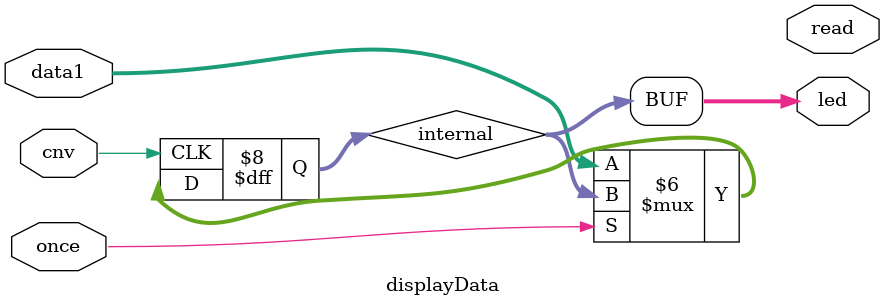
<source format=v>
`timescale 1ns / 1ps
module displayData(
    input wire[15:0] data1,
    output wire[15:0]led,
    input cnv,//used to time the led changes
    input once,
    output read
   
    );
//reg readOn;//old
reg [15:0] internal; // register storing led values
always @(posedge cnv) begin//only gets the data everytime cnv goes high aka whenever a cycle has fully run
    if(once == 0) begin//when stich is on set strage register to data values
        internal[15:0] <= data1[15:0];//clocked out on cnv
        
    end else if(once == 1)
        internal[15:0] <= internal[15:0];
        //readOn <= 1;
        //once <= 1;
end
assign led = internal;//works
//assign read = readOn;
endmodule
</source>
